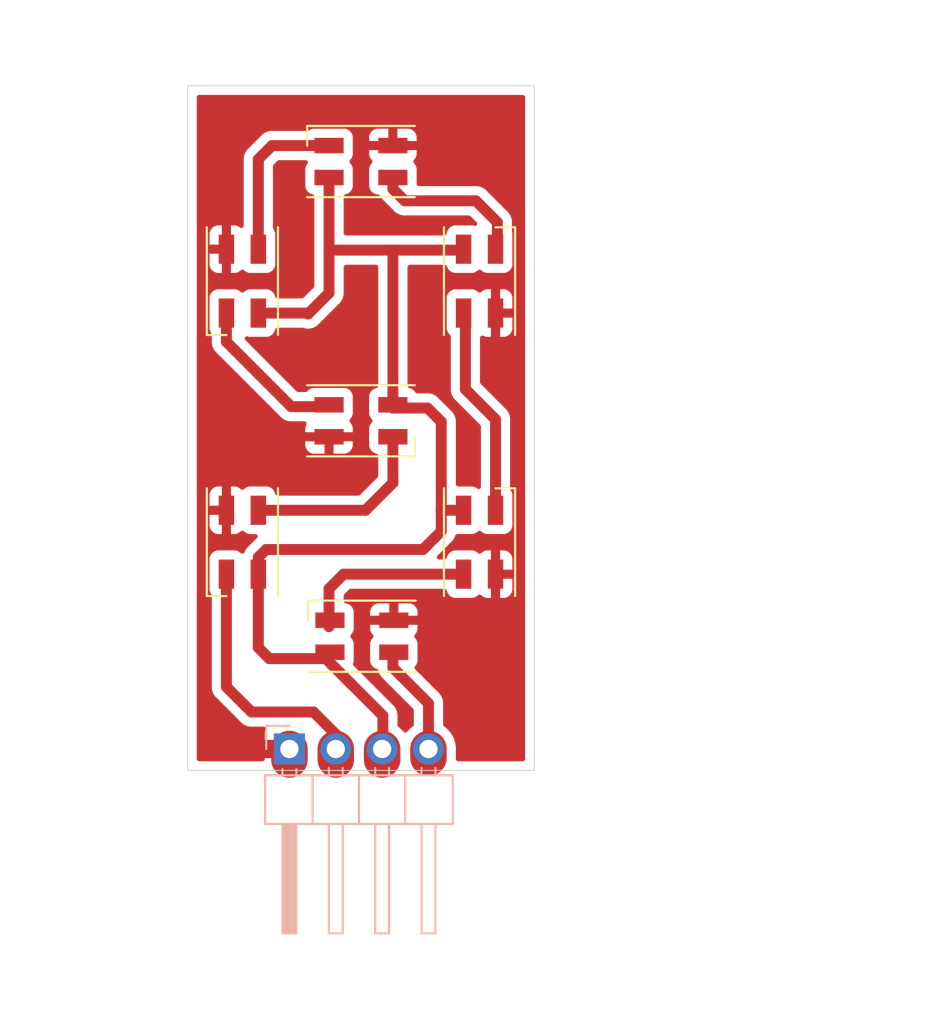
<source format=kicad_pcb>
(kicad_pcb (version 20240108) (generator "pcbnew") (generator_version "8.0")
  (layers (0 "F.Cu" signal) (31 "B.Cu" signal) (34 "B.Paste" user) (35 "F.Paste" user) (36 "B.SilkS" user "B.Silkscreen") (37 "F.SilkS" user "F.Silkscreen") (38 "B.Mask" user) (39 "F.Mask" user) (44 "Edge.Cuts" user))
  (net 0 "")
  (net 1 "GND")
  (net 2 "DIN")
  (net 3 "VCC")
  (net 4 "Net-(D1-DOUT)")
  (net 5 "DOUT")
  (net 6 "Net-(A1-DOUT)")
  (net 7 "Net-(B1-DOUT)")
  (net 8 "Net-(C1-DOUT)")
  (net 9 "Net-(E1-DOUT)")
  (net 10 "Net-(F1-DOUT)")
  (footprint "LED_SMD:LED_SK6812MINI_PLCC4_3.5x3.5mm_P1.75mm" (layer "F.Cu") (at 69 69.1 -90)
    (property "Reference" "A1" (hide yes))
    (property "Value" "SK6812MINI" (hide yes))
    (fp_line (start -2.95 1.95) (end 2.95 1.95) (stroke (width 0.12)) (layer "F.SilkS"))
    (fp_line (start 2.95 1.95) (end 2.95 0.875) (stroke (width 0.12)) (layer "F.SilkS"))
    (fp_line (start -2.95 -1.95) (end 2.95 -1.95) (stroke (width 0.12)) (layer "F.SilkS"))
    (pad "1" smd rect (at -1.75 -0.875 270) (size 1.6 0.85) (layers "F.Cu" "F.Paste" "F.Mask") (net 6 "Net-(A1-DOUT)"))
    (pad "2" smd rect (at -1.75 0.875 270) (size 1.6 0.85) (layers "F.Cu" "F.Paste" "F.Mask") (net 1 "GND"))
    (pad "3" smd rect (at 1.75 0.875 270) (size 1.6 0.85) (layers "F.Cu" "F.Paste" "F.Mask") (net 2 "DIN"))
    (pad "4" smd rect (at 1.75 -0.875 270) (size 1.6 0.85) (layers "F.Cu" "F.Paste" "F.Mask") (net 3 "VCC"))
  )
  (footprint "LED_SMD:LED_SK6812MINI_PLCC4_3.5x3.5mm_P1.75mm" (layer "F.Cu") (at 82 54.8 90)
    (property "Reference" "E1" (hide yes))
    (property "Value" "SK6812MINI" (hide yes))
    (fp_line (start -2.95 -1.95) (end 2.95 -1.95) (stroke (width 0.12)) (layer "F.SilkS"))
    (fp_line (start 2.95 1.95) (end 2.95 0.875) (stroke (width 0.12)) (layer "F.SilkS"))
    (fp_line (start -2.95 1.95) (end 2.95 1.95) (stroke (width 0.12)) (layer "F.SilkS"))
    (pad "1" smd rect (at -1.75 -0.875 90) (size 1.6 0.85) (layers "F.Cu" "F.Paste" "F.Mask") (net 9 "Net-(E1-DOUT)"))
    (pad "2" smd rect (at -1.75 0.875 90) (size 1.6 0.85) (layers "F.Cu" "F.Paste" "F.Mask") (net 1 "GND"))
    (pad "3" smd rect (at 1.75 0.875 90) (size 1.6 0.85) (layers "F.Cu" "F.Paste" "F.Mask") (net 4 "Net-(D1-DOUT)"))
    (pad "4" smd rect (at 1.75 -0.875 90) (size 1.6 0.85) (layers "F.Cu" "F.Paste" "F.Mask") (net 3 "VCC"))
  )
  (footprint "LED_SMD:LED_SK6812MINI_PLCC4_3.5x3.5mm_P1.75mm" (layer "F.Cu") (at 75.5 48.25 180)
    (property "Reference" "D1" (hide yes))
    (property "Value" "SK6812MINI" (hide yes))
    (fp_line (start 2.95 1.95) (end 2.95 0.875) (stroke (width 0.12)) (layer "F.SilkS"))
    (fp_line (start -2.95 1.95) (end 2.95 1.95) (stroke (width 0.12)) (layer "F.SilkS"))
    (fp_line (start -2.95 -1.95) (end 2.95 -1.95) (stroke (width 0.12)) (layer "F.SilkS"))
    (pad "1" smd rect (at -1.75 -0.875 180) (size 1.6 0.85) (layers "F.Cu" "F.Paste" "F.Mask") (net 4 "Net-(D1-DOUT)"))
    (pad "2" smd rect (at -1.75 0.875 180) (size 1.6 0.85) (layers "F.Cu" "F.Paste" "F.Mask") (net 1 "GND"))
    (pad "3" smd rect (at 1.75 0.875 180) (size 1.6 0.85) (layers "F.Cu" "F.Paste" "F.Mask") (net 8 "Net-(C1-DOUT)"))
    (pad "4" smd rect (at 1.75 -0.875 180) (size 1.6 0.85) (layers "F.Cu" "F.Paste" "F.Mask") (net 3 "VCC"))
  )
  (footprint "LED_SMD:LED_SK6812MINI_PLCC4_3.5x3.5mm_P1.75mm" (layer "F.Cu") (at 69 54.8 -90)
    (property "Reference" "C1" (hide yes))
    (property "Value" "SK6812MINI" (hide yes))
    (fp_line (start -2.95 1.95) (end 2.95 1.95) (stroke (width 0.12)) (layer "F.SilkS"))
    (fp_line (start 2.95 1.95) (end 2.95 0.875) (stroke (width 0.12)) (layer "F.SilkS"))
    (fp_line (start -2.95 -1.95) (end 2.95 -1.95) (stroke (width 0.12)) (layer "F.SilkS"))
    (pad "1" smd rect (at -1.75 -0.875 270) (size 1.6 0.85) (layers "F.Cu" "F.Paste" "F.Mask") (net 8 "Net-(C1-DOUT)"))
    (pad "2" smd rect (at -1.75 0.875 270) (size 1.6 0.85) (layers "F.Cu" "F.Paste" "F.Mask") (net 1 "GND"))
    (pad "3" smd rect (at 1.75 0.875 270) (size 1.6 0.85) (layers "F.Cu" "F.Paste" "F.Mask") (net 7 "Net-(B1-DOUT)"))
    (pad "4" smd rect (at 1.75 -0.875 270) (size 1.6 0.85) (layers "F.Cu" "F.Paste" "F.Mask") (net 3 "VCC"))
  )
  (footprint "LED_SMD:LED_SK6812MINI_PLCC4_3.5x3.5mm_P1.75mm" (layer "F.Cu") (at 75.55 74.25 180)
    (property "Reference" "G1" (hide yes))
    (property "Value" "SK6812MINI" (hide yes))
    (fp_line (start 2.95 1.95) (end 2.95 0.875) (stroke (width 0.12)) (layer "F.SilkS"))
    (fp_line (start -2.95 1.95) (end 2.95 1.95) (stroke (width 0.12)) (layer "F.SilkS"))
    (fp_line (start -2.95 -1.95) (end 2.95 -1.95) (stroke (width 0.12)) (layer "F.SilkS"))
    (pad "1" smd rect (at -1.75 -0.875 180) (size 1.6 0.85) (layers "F.Cu" "F.Paste" "F.Mask") (net 5 "DOUT"))
    (pad "2" smd rect (at -1.75 0.875 180) (size 1.6 0.85) (layers "F.Cu" "F.Paste" "F.Mask") (net 1 "GND"))
    (pad "3" smd rect (at 1.75 0.875 180) (size 1.6 0.85) (layers "F.Cu" "F.Paste" "F.Mask") (net 10 "Net-(F1-DOUT)"))
    (pad "4" smd rect (at 1.75 -0.875 180) (size 1.6 0.85) (layers "F.Cu" "F.Paste" "F.Mask") (net 3 "VCC"))
  )
  (footprint "LED_SMD:LED_SK6812MINI_PLCC4_3.5x3.5mm_P1.75mm" (layer "F.Cu") (at 82 69.1 90)
    (property "Reference" "F1" (hide yes))
    (property "Value" "SK6812MINI" (hide yes))
    (fp_line (start -2.95 -1.95) (end 2.95 -1.95) (stroke (width 0.12)) (layer "F.SilkS"))
    (fp_line (start 2.95 1.95) (end 2.95 0.875) (stroke (width 0.12)) (layer "F.SilkS"))
    (fp_line (start -2.95 1.95) (end 2.95 1.95) (stroke (width 0.12)) (layer "F.SilkS"))
    (pad "1" smd rect (at -1.75 -0.875 90) (size 1.6 0.85) (layers "F.Cu" "F.Paste" "F.Mask") (net 10 "Net-(F1-DOUT)"))
    (pad "2" smd rect (at -1.75 0.875 90) (size 1.6 0.85) (layers "F.Cu" "F.Paste" "F.Mask") (net 1 "GND"))
    (pad "3" smd rect (at 1.75 0.875 90) (size 1.6 0.85) (layers "F.Cu" "F.Paste" "F.Mask") (net 9 "Net-(E1-DOUT)"))
    (pad "4" smd rect (at 1.75 -0.875 90) (size 1.6 0.85) (layers "F.Cu" "F.Paste" "F.Mask") (net 3 "VCC"))
  )
  (footprint "LED_SMD:LED_SK6812MINI_PLCC4_3.5x3.5mm_P1.75mm" (layer "F.Cu") (at 75.5 62.45)
    (property "Reference" "B1" (hide yes))
    (property "Value" "SK6812MINI" (hide yes))
    (fp_line (start -2.95 -1.95) (end 2.95 -1.95) (stroke (width 0.12)) (layer "F.SilkS"))
    (fp_line (start -2.95 1.95) (end 2.95 1.95) (stroke (width 0.12)) (layer "F.SilkS"))
    (fp_line (start 2.95 1.95) (end 2.95 0.875) (stroke (width 0.12)) (layer "F.SilkS"))
    (pad "1" smd rect (at -1.75 -0.875) (size 1.6 0.85) (layers "F.Cu" "F.Paste" "F.Mask") (net 7 "Net-(B1-DOUT)"))
    (pad "2" smd rect (at -1.75 0.875) (size 1.6 0.85) (layers "F.Cu" "F.Paste" "F.Mask") (net 1 "GND"))
    (pad "3" smd rect (at 1.75 0.875) (size 1.6 0.85) (layers "F.Cu" "F.Paste" "F.Mask") (net 6 "Net-(A1-DOUT)"))
    (pad "4" smd rect (at 1.75 -0.875) (size 1.6 0.85) (layers "F.Cu" "F.Paste" "F.Mask") (net 3 "VCC"))
  )
  (footprint "Connector_PinHeader_2.54mm:PinHeader_1x04_P2.54mm_Horizontal" (layer "B.Cu") (at 71.58 80.425 -90)
    (property "Reference" "J1" (hide yes))
    (property "Value" "LAMPA" (hide yes))
    (fp_line (start 1.44 1.33) (end 4.1 1.33) (stroke (width 0.12)) (layer "B.SilkS"))
    (fp_line (start 4.1 1.33) (end 4.1 -8.95) (stroke (width 0.12)) (layer "B.SilkS"))
    (fp_line (start -1.27 1.27) (end -1.27 0) (stroke (width 0.12)) (layer "B.SilkS"))
    (fp_line (start 0 1.27) (end -1.27 1.27) (stroke (width 0.12)) (layer "B.SilkS"))
    (fp_line (start 1.44 0.38) (end 1.11 0.38) (stroke (width 0.12)) (layer "B.SilkS"))
    (fp_line (start 10.1 0.38) (end 4.1 0.38) (stroke (width 0.12)) (layer "B.SilkS"))
    (fp_line (start 10.1 0.32) (end 4.1 0.32) (stroke (width 0.12)) (layer "B.SilkS"))
    (fp_line (start 10.1 0.2) (end 4.1 0.2) (stroke (width 0.12)) (layer "B.SilkS"))
    (fp_line (start 10.1 0.08) (end 4.1 0.08) (stroke (width 0.12)) (layer "B.SilkS"))
    (fp_line (start 10.1 -0.04) (end 4.1 -0.04) (stroke (width 0.12)) (layer "B.SilkS"))
    (fp_line (start 10.1 -0.16) (end 4.1 -0.16) (stroke (width 0.12)) (layer "B.SilkS"))
    (fp_line (start 10.1 -0.28) (end 4.1 -0.28) (stroke (width 0.12)) (layer "B.SilkS"))
    (fp_line (start 1.44 -0.38) (end 1.11 -0.38) (stroke (width 0.12)) (layer "B.SilkS"))
    (fp_line (start 4.1 -0.38) (end 10.1 -0.38) (stroke (width 0.12)) (layer "B.SilkS"))
    (fp_line (start 10.1 -0.38) (end 10.1 0.38) (stroke (width 0.12)) (layer "B.SilkS"))
    (fp_line (start 4.1 -1.27) (end 1.44 -1.27) (stroke (width 0.12)) (layer "B.SilkS"))
    (fp_line (start 1.44 -2.16) (end 1.042929 -2.16) (stroke (width 0.12)) (layer "B.SilkS"))
    (fp_line (start 10.1 -2.16) (end 4.1 -2.16) (stroke (width 0.12)) (layer "B.SilkS"))
    (fp_line (start 1.44 -2.92) (end 1.042929 -2.92) (stroke (width 0.12)) (layer "B.SilkS"))
    (fp_line (start 4.1 -2.92) (end 10.1 -2.92) (stroke (width 0.12)) (layer "B.SilkS"))
    (fp_line (start 10.1 -2.92) (end 10.1 -2.16) (stroke (width 0.12)) (layer "B.SilkS"))
    (fp_line (start 4.1 -3.81) (end 1.44 -3.81) (stroke (width 0.12)) (layer "B.SilkS"))
    (fp_line (start 1.44 -4.7) (end 1.042929 -4.7) (stroke (width 0.12)) (layer "B.SilkS"))
    (fp_line (start 10.1 -4.7) (end 4.1 -4.7) (stroke (width 0.12)) (layer "B.SilkS"))
    (fp_line (start 1.44 -5.46) (end 1.042929 -5.46) (stroke (width 0.12)) (layer "B.SilkS"))
    (fp_line (start 4.1 -5.46) (end 10.1 -5.46) (stroke (width 0.12)) (layer "B.SilkS"))
    (fp_line (start 10.1 -5.46) (end 10.1 -4.7) (stroke (width 0.12)) (layer "B.SilkS"))
    (fp_line (start 4.1 -6.35) (end 1.44 -6.35) (stroke (width 0.12)) (layer "B.SilkS"))
    (fp_line (start 1.44 -7.24) (end 1.042929 -7.24) (stroke (width 0.12)) (layer "B.SilkS"))
    (fp_line (start 10.1 -7.24) (end 4.1 -7.24) (stroke (width 0.12)) (layer "B.SilkS"))
    (fp_line (start 1.44 -8) (end 1.042929 -8) (stroke (width 0.12)) (layer "B.SilkS"))
    (fp_line (start 4.1 -8) (end 10.1 -8) (stroke (width 0.12)) (layer "B.SilkS"))
    (fp_line (start 10.1 -8) (end 10.1 -7.24) (stroke (width 0.12)) (layer "B.SilkS"))
    (fp_line (start 1.44 -8.95) (end 1.44 1.33) (stroke (width 0.12)) (layer "B.SilkS"))
    (fp_line (start 4.1 -8.95) (end 1.44 -8.95) (stroke (width 0.12)) (layer "B.SilkS"))
    (pad "1" thru_hole rect (at 0 0 270) (size 1.7 1.7) (drill 1) (layers "*.Cu" "*.Mask") (net 1 "GND"))
    (pad "2" thru_hole oval (at 0 -2.54 270) (size 1.7 1.7) (drill 1) (layers "*.Cu" "*.Mask") (net 2 "DIN"))
    (pad "3" thru_hole oval (at 0 -5.08 270) (size 1.7 1.7) (drill 1) (layers "*.Cu" "*.Mask") (net 3 "VCC"))
    (pad "4" thru_hole oval (at 0 -7.62 270) (size 1.7 1.7) (drill 1) (layers "*.Cu" "*.Mask") (net 5 "DOUT"))
  )
  (gr_rect (start 66 44.1) (end 85 81.6) (stroke (width 0.05)) (fill none) (layer "Edge.Cuts"))
  (segment (start 71.58 80.425) (end 71.58 81) (width 2) (layer "F.Cu") (net 1))
  (segment (start 68.425 80.425) (end 68.35 80.35) (width 1) (layer "F.Cu") (net 1))
  (segment (start 71.58 80.425) (end 68.425 80.425) (width 1) (layer "F.Cu") (net 1))
  (segment (start 71.58 81) (end 71.6 81) (width 0.2) (layer "F.Cu") (net 1))
  (segment (start 74.12 79.62) (end 72.9 78.4) (width 0.6) (layer "F.Cu") (net 2))
  (segment (start 74.12 81) (end 74.1 81) (width 0.2) (layer "F.Cu") (net 2))
  (segment (start 72.9 78.4) (end 69.5 78.4) (width 0.6) (layer "F.Cu") (net 2))
  (segment (start 74.12 80.425) (end 74.12 81) (width 2) (layer "F.Cu") (net 2))
  (segment (start 68.125 77.025) (end 68.125 70.85) (width 0.6) (layer "F.Cu") (net 2))
  (segment (start 74.12 81) (end 74.12 79.62) (width 0.6) (layer "F.Cu") (net 2))
  (segment (start 69.5 78.4) (end 68.125 77.025) (width 0.6) (layer "F.Cu") (net 2))
  (segment (start 79.9 67.4) (end 79.95 67.35) (width 0.6) (layer "F.Cu") (net 3))
  (segment (start 76.7 80.96) (end 76.7 78.6) (width 0.6) (layer "F.Cu") (net 3))
  (segment (start 70.3 69.5) (end 78.9 69.5) (width 0.6) (layer "F.Cu") (net 3))
  (segment (start 73.75 53.1) (end 73.75 49.125) (width 0.6) (layer "F.Cu") (net 3))
  (segment (start 72.6 56.6) (end 72.55 56.55) (width 0.6) (layer "F.Cu") (net 3))
  (segment (start 76.66 81) (end 76.7 80.96) (width 0.6) (layer "F.Cu") (net 3))
  (segment (start 77.25 61.75) (end 77.25 53.15) (width 0.6) (layer "F.Cu") (net 3))
  (segment (start 81.075 53.2) (end 81.225 53.05) (width 0.6) (layer "F.Cu") (net 3))
  (segment (start 69.875 70.85) (end 69.875 69.925) (width 0.6) (layer "F.Cu") (net 3))
  (segment (start 70.475 75.475) (end 69.875 74.875) (width 0.6) (layer "F.Cu") (net 3))
  (segment (start 74.95 76.85) (end 74.075 75.975) (width 0.6) (layer "F.Cu") (net 3))
  (segment (start 79.9 62.5) (end 79.15 61.75) (width 0.6) (layer "F.Cu") (net 3))
  (segment (start 73.575 75.475) (end 70.475 75.475) (width 0.6) (layer "F.Cu") (net 3))
  (segment (start 69.875 69.925) (end 70.3 69.5) (width 0.6) (layer "F.Cu") (net 3))
  (segment (start 73.75 53.1) (end 81.175 53.1) (width 0.6) (layer "F.Cu") (net 3))
  (segment (start 79.9 67.4) (end 79.9 62.5) (width 0.6) (layer "F.Cu") (net 3))
  (segment (start 81.175 53.1) (end 81.225 53.05) (width 0.6) (layer "F.Cu") (net 3))
  (segment (start 72.55 56.55) (end 69.875 56.55) (width 0.6) (layer "F.Cu") (net 3))
  (segment (start 78.9 69.5) (end 79.9 68.5) (width 0.6) (layer "F.Cu") (net 3))
  (segment (start 76.7 78.6) (end 74.95 76.85) (width 0.6) (layer "F.Cu") (net 3))
  (segment (start 74.95 76.85) (end 73.575 75.475) (width 0.6) (layer "F.Cu") (net 3))
  (segment (start 73.75 53.1) (end 73.75 55.45) (width 0.6) (layer "F.Cu") (net 3))
  (segment (start 79.9 68.5) (end 79.9 67.4) (width 0.6) (layer "F.Cu") (net 3))
  (segment (start 79.15 61.75) (end 77.25 61.75) (width 0.6) (layer "F.Cu") (net 3))
  (segment (start 77.25 53.15) (end 77.2 53.1) (width 0.6) (layer "F.Cu") (net 3))
  (segment (start 74.075 75.975) (end 73.75 75.975) (width 0.2) (layer "F.Cu") (net 3))
  (segment (start 79.95 67.35) (end 81.125 67.35) (width 0.6) (layer "F.Cu") (net 3))
  (segment (start 76.66 80.425) (end 76.66 81) (width 2) (layer "F.Cu") (net 3))
  (segment (start 69.875 74.875) (end 69.875 70.85) (width 0.6) (layer "F.Cu") (net 3))
  (segment (start 73.75 55.45) (end 72.6 56.6) (width 0.6) (layer "F.Cu") (net 3))
  (segment (start 76.66 81) (end 76.7 81) (width 0.2) (layer "F.Cu") (net 3))
  (segment (start 77.9 50.4) (end 81.8 50.4) (width 0.6) (layer "F.Cu") (net 4))
  (segment (start 82.975 51.575) (end 82.975 53.05) (width 0.6) (layer "F.Cu") (net 4))
  (segment (start 77.25 49.125) (end 77.25 49.75) (width 0.6) (layer "F.Cu") (net 4))
  (segment (start 81.8 50.4) (end 82.975 51.575) (width 0.6) (layer "F.Cu") (net 4))
  (segment (start 77.25 49.75) (end 77.9 50.4) (width 0.6) (layer "F.Cu") (net 4))
  (segment (start 79.3 81) (end 79.45 81) (width 0.2) (layer "F.Cu") (net 5))
  (segment (start 79.2 80.9) (end 79.3 81) (width 0.2) (layer "F.Cu") (net 5))
  (segment (start 79.2 77.925) (end 77.25 75.975) (width 0.6) (layer "F.Cu") (net 5))
  (segment (start 79.2 80.425) (end 79.2 80.9) (width 2) (layer "F.Cu") (net 5))
  (segment (start 79.2 81) (end 79.2 77.925) (width 0.6) (layer "F.Cu") (net 5))
  (segment (start 77.25 75.975) (end 77.25 75.475) (width 0.6) (layer "F.Cu") (net 5))
  (segment (start 77.25 65.85) (end 75.75 67.35) (width 0.6) (layer "F.Cu") (net 6))
  (segment (start 75.75 67.35) (end 69.875 67.35) (width 0.6) (layer "F.Cu") (net 6))
  (segment (start 77.25 63.325) (end 77.25 65.85) (width 0.6) (layer "F.Cu") (net 6))
  (segment (start 71.675 61.675) (end 73.2 61.675) (width 0.6) (layer "F.Cu") (net 7))
  (segment (start 68.125 56.55) (end 68.125 58.125) (width 0.6) (layer "F.Cu") (net 7))
  (segment (start 68.125 58.125) (end 71.675 61.675) (width 0.6) (layer "F.Cu") (net 7))
  (segment (start 73.75 47.375) (end 70.625 47.375) (width 0.6) (layer "F.Cu") (net 8))
  (segment (start 69.875 48.125) (end 69.875 53.05) (width 0.6) (layer "F.Cu") (net 8))
  (segment (start 70.625 47.375) (end 69.875 48.125) (width 0.6) (layer "F.Cu") (net 8))
  (segment (start 81.225 60.725) (end 81.225 56.55) (width 0.6) (layer "F.Cu") (net 9))
  (segment (start 82.875 62.375) (end 81.225 60.725) (width 0.6) (layer "F.Cu") (net 9))
  (segment (start 82.875 67.35) (end 82.875 62.375) (width 0.6) (layer "F.Cu") (net 9))
  (segment (start 73.75 73.725) (end 73.75 71.65) (width 0.6) (layer "F.Cu") (net 10))
  (segment (start 73.75 71.65) (end 74.55 70.85) (width 0.6) (layer "F.Cu") (net 10))
  (segment (start 74.55 70.85) (end 81.125 70.85) (width 0.6) (layer "F.Cu") (net 10))
  (zone (net 1) (net_name "GND") (layer "F.Cu") (connect_pads (clearance 0.5)) (min_thickness 0.25) (fill yes (thermal_gap 0.5) (thermal_bridge_width 0.5))
    (polygon (pts (xy 66 44.1) (xy 85 44.1) (xy 85 81.6) (xy 66 81.6)))
  )
)
</source>
